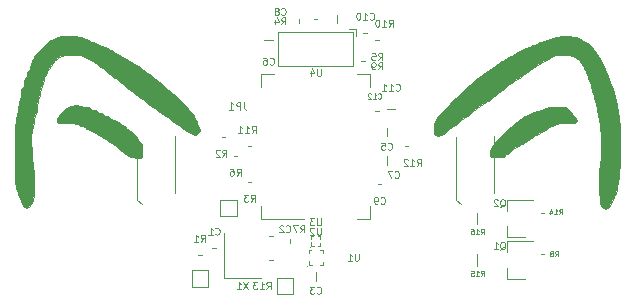
<source format=gbo>
G04 #@! TF.GenerationSoftware,KiCad,Pcbnew,5.1.5+dfsg1-2build2*
G04 #@! TF.CreationDate,2021-12-29T20:58:04+01:00*
G04 #@! TF.ProjectId,teebeutel_image_sensor,74656562-6575-4746-956c-5f696d616765,rev?*
G04 #@! TF.SameCoordinates,Original*
G04 #@! TF.FileFunction,Legend,Bot*
G04 #@! TF.FilePolarity,Positive*
%FSLAX46Y46*%
G04 Gerber Fmt 4.6, Leading zero omitted, Abs format (unit mm)*
G04 Created by KiCad (PCBNEW 5.1.5+dfsg1-2build2) date 2021-12-29 20:58:04*
%MOMM*%
%LPD*%
G04 APERTURE LIST*
%ADD10C,0.010000*%
%ADD11C,0.120000*%
%ADD12C,0.100000*%
G04 APERTURE END LIST*
D10*
G36*
X119931012Y-86680541D02*
G01*
X119435789Y-86778005D01*
X119324820Y-86811260D01*
X118842564Y-86970842D01*
X118453965Y-87111393D01*
X118180669Y-87224843D01*
X118087879Y-87272450D01*
X117938607Y-87354208D01*
X117741712Y-87455388D01*
X117741515Y-87455487D01*
X117399899Y-87642740D01*
X117194530Y-87797639D01*
X117141176Y-87862273D01*
X117019892Y-87950474D01*
X116971818Y-87958485D01*
X116838732Y-88017104D01*
X116802461Y-88060161D01*
X116712301Y-88159288D01*
X116539632Y-88314968D01*
X116356061Y-88466016D01*
X115838127Y-88916262D01*
X115408150Y-89373829D01*
X115084067Y-89817174D01*
X114883817Y-90224756D01*
X114878455Y-90240555D01*
X114804936Y-90497718D01*
X114768482Y-90701713D01*
X114775060Y-90801312D01*
X114896463Y-90873217D01*
X115127638Y-90915790D01*
X115426316Y-90923816D01*
X115638233Y-90907849D01*
X115851052Y-90857052D01*
X116001366Y-90776045D01*
X116013263Y-90763582D01*
X116130261Y-90668879D01*
X116185847Y-90652425D01*
X116300891Y-90603572D01*
X116388089Y-90533762D01*
X116536049Y-90405967D01*
X116744355Y-90245155D01*
X116975099Y-90078142D01*
X117190375Y-89931744D01*
X117352274Y-89832777D01*
X117417219Y-89805758D01*
X117515865Y-89761668D01*
X117683031Y-89650191D01*
X117768924Y-89585125D01*
X117979148Y-89437404D01*
X118170970Y-89330777D01*
X118222576Y-89310545D01*
X118356789Y-89244107D01*
X118395758Y-89190000D01*
X118459847Y-89118634D01*
X118568940Y-89070058D01*
X118735889Y-88995720D01*
X118958759Y-88869108D01*
X119062019Y-88802957D01*
X119282318Y-88666396D01*
X119473778Y-88565417D01*
X119536128Y-88540257D01*
X119711031Y-88445625D01*
X119783686Y-88378838D01*
X119930765Y-88281958D01*
X120012121Y-88266364D01*
X120173522Y-88210848D01*
X120243030Y-88150909D01*
X120324193Y-88096803D01*
X120477544Y-88061665D01*
X120728849Y-88042315D01*
X121103871Y-88035576D01*
X121178507Y-88035455D01*
X121598506Y-88030330D01*
X121880138Y-88006824D01*
X122038853Y-87952742D01*
X122090100Y-87855887D01*
X122049326Y-87704064D01*
X121931982Y-87485076D01*
X121914103Y-87454742D01*
X121809066Y-87313866D01*
X121637086Y-87117457D01*
X121499824Y-86973681D01*
X121178739Y-86650000D01*
X120504644Y-86650000D01*
X119931012Y-86680541D01*
G37*
X119931012Y-86680541D02*
X119435789Y-86778005D01*
X119324820Y-86811260D01*
X118842564Y-86970842D01*
X118453965Y-87111393D01*
X118180669Y-87224843D01*
X118087879Y-87272450D01*
X117938607Y-87354208D01*
X117741712Y-87455388D01*
X117741515Y-87455487D01*
X117399899Y-87642740D01*
X117194530Y-87797639D01*
X117141176Y-87862273D01*
X117019892Y-87950474D01*
X116971818Y-87958485D01*
X116838732Y-88017104D01*
X116802461Y-88060161D01*
X116712301Y-88159288D01*
X116539632Y-88314968D01*
X116356061Y-88466016D01*
X115838127Y-88916262D01*
X115408150Y-89373829D01*
X115084067Y-89817174D01*
X114883817Y-90224756D01*
X114878455Y-90240555D01*
X114804936Y-90497718D01*
X114768482Y-90701713D01*
X114775060Y-90801312D01*
X114896463Y-90873217D01*
X115127638Y-90915790D01*
X115426316Y-90923816D01*
X115638233Y-90907849D01*
X115851052Y-90857052D01*
X116001366Y-90776045D01*
X116013263Y-90763582D01*
X116130261Y-90668879D01*
X116185847Y-90652425D01*
X116300891Y-90603572D01*
X116388089Y-90533762D01*
X116536049Y-90405967D01*
X116744355Y-90245155D01*
X116975099Y-90078142D01*
X117190375Y-89931744D01*
X117352274Y-89832777D01*
X117417219Y-89805758D01*
X117515865Y-89761668D01*
X117683031Y-89650191D01*
X117768924Y-89585125D01*
X117979148Y-89437404D01*
X118170970Y-89330777D01*
X118222576Y-89310545D01*
X118356789Y-89244107D01*
X118395758Y-89190000D01*
X118459847Y-89118634D01*
X118568940Y-89070058D01*
X118735889Y-88995720D01*
X118958759Y-88869108D01*
X119062019Y-88802957D01*
X119282318Y-88666396D01*
X119473778Y-88565417D01*
X119536128Y-88540257D01*
X119711031Y-88445625D01*
X119783686Y-88378838D01*
X119930765Y-88281958D01*
X120012121Y-88266364D01*
X120173522Y-88210848D01*
X120243030Y-88150909D01*
X120324193Y-88096803D01*
X120477544Y-88061665D01*
X120728849Y-88042315D01*
X121103871Y-88035576D01*
X121178507Y-88035455D01*
X121598506Y-88030330D01*
X121880138Y-88006824D01*
X122038853Y-87952742D01*
X122090100Y-87855887D01*
X122049326Y-87704064D01*
X121931982Y-87485076D01*
X121914103Y-87454742D01*
X121809066Y-87313866D01*
X121637086Y-87117457D01*
X121499824Y-86973681D01*
X121178739Y-86650000D01*
X120504644Y-86650000D01*
X119931012Y-86680541D01*
G36*
X79325730Y-86599885D02*
G01*
X78919040Y-86785841D01*
X78556161Y-87058629D01*
X78272914Y-87400471D01*
X78210375Y-87510781D01*
X78114162Y-87717557D01*
X78083849Y-87861577D01*
X78136692Y-87954108D01*
X78289944Y-88006416D01*
X78560860Y-88029767D01*
X78966693Y-88035428D01*
X79013918Y-88035455D01*
X79426220Y-88040509D01*
X79708370Y-88057458D01*
X79883879Y-88088980D01*
X79976260Y-88137755D01*
X79983773Y-88145962D01*
X80123564Y-88242910D01*
X80301076Y-88306017D01*
X80460373Y-88361379D01*
X80526667Y-88424928D01*
X80526667Y-88424953D01*
X80592209Y-88492049D01*
X80732632Y-88546034D01*
X80919641Y-88620238D01*
X81156156Y-88748612D01*
X81263340Y-88816894D01*
X81463943Y-88942933D01*
X81616698Y-89022171D01*
X81663708Y-89036061D01*
X81774712Y-89088694D01*
X81819364Y-89132493D01*
X81923830Y-89212913D01*
X82125611Y-89336083D01*
X82383699Y-89477189D01*
X82420253Y-89496072D01*
X82753459Y-89696570D01*
X83105266Y-89954167D01*
X83369494Y-90185096D01*
X83727719Y-90509801D01*
X84043289Y-90726313D01*
X84354547Y-90857350D01*
X84594931Y-90911111D01*
X84817614Y-90952336D01*
X84983232Y-90992723D01*
X85005589Y-91000304D01*
X85144810Y-90987594D01*
X85204742Y-90946592D01*
X85257229Y-90816748D01*
X85290411Y-90574683D01*
X85298788Y-90340700D01*
X85290865Y-90102220D01*
X85257873Y-89895979D01*
X85185975Y-89701606D01*
X85061338Y-89498728D01*
X84870124Y-89266974D01*
X84598499Y-88985972D01*
X84232628Y-88635351D01*
X83981482Y-88401061D01*
X83838107Y-88297961D01*
X83746212Y-88266364D01*
X83623546Y-88218750D01*
X83514773Y-88138500D01*
X83140900Y-87877529D01*
X82816515Y-87722433D01*
X82665950Y-87641703D01*
X82604849Y-87572223D01*
X82538663Y-87512986D01*
X82379506Y-87459405D01*
X82379258Y-87459350D01*
X82184382Y-87387484D01*
X82061955Y-87299295D01*
X81920176Y-87203512D01*
X81844970Y-87188281D01*
X81698812Y-87147310D01*
X81509130Y-87048016D01*
X81488788Y-87034849D01*
X81285759Y-86930033D01*
X81104057Y-86881767D01*
X81092932Y-86881417D01*
X80941249Y-86833283D01*
X80883681Y-86765455D01*
X80781634Y-86679285D01*
X80634225Y-86650000D01*
X80423641Y-86627427D01*
X80170220Y-86571875D01*
X80127247Y-86559571D01*
X79740406Y-86518536D01*
X79325730Y-86599885D01*
G37*
X79325730Y-86599885D02*
X78919040Y-86785841D01*
X78556161Y-87058629D01*
X78272914Y-87400471D01*
X78210375Y-87510781D01*
X78114162Y-87717557D01*
X78083849Y-87861577D01*
X78136692Y-87954108D01*
X78289944Y-88006416D01*
X78560860Y-88029767D01*
X78966693Y-88035428D01*
X79013918Y-88035455D01*
X79426220Y-88040509D01*
X79708370Y-88057458D01*
X79883879Y-88088980D01*
X79976260Y-88137755D01*
X79983773Y-88145962D01*
X80123564Y-88242910D01*
X80301076Y-88306017D01*
X80460373Y-88361379D01*
X80526667Y-88424928D01*
X80526667Y-88424953D01*
X80592209Y-88492049D01*
X80732632Y-88546034D01*
X80919641Y-88620238D01*
X81156156Y-88748612D01*
X81263340Y-88816894D01*
X81463943Y-88942933D01*
X81616698Y-89022171D01*
X81663708Y-89036061D01*
X81774712Y-89088694D01*
X81819364Y-89132493D01*
X81923830Y-89212913D01*
X82125611Y-89336083D01*
X82383699Y-89477189D01*
X82420253Y-89496072D01*
X82753459Y-89696570D01*
X83105266Y-89954167D01*
X83369494Y-90185096D01*
X83727719Y-90509801D01*
X84043289Y-90726313D01*
X84354547Y-90857350D01*
X84594931Y-90911111D01*
X84817614Y-90952336D01*
X84983232Y-90992723D01*
X85005589Y-91000304D01*
X85144810Y-90987594D01*
X85204742Y-90946592D01*
X85257229Y-90816748D01*
X85290411Y-90574683D01*
X85298788Y-90340700D01*
X85290865Y-90102220D01*
X85257873Y-89895979D01*
X85185975Y-89701606D01*
X85061338Y-89498728D01*
X84870124Y-89266974D01*
X84598499Y-88985972D01*
X84232628Y-88635351D01*
X83981482Y-88401061D01*
X83838107Y-88297961D01*
X83746212Y-88266364D01*
X83623546Y-88218750D01*
X83514773Y-88138500D01*
X83140900Y-87877529D01*
X82816515Y-87722433D01*
X82665950Y-87641703D01*
X82604849Y-87572223D01*
X82538663Y-87512986D01*
X82379506Y-87459405D01*
X82379258Y-87459350D01*
X82184382Y-87387484D01*
X82061955Y-87299295D01*
X81920176Y-87203512D01*
X81844970Y-87188281D01*
X81698812Y-87147310D01*
X81509130Y-87048016D01*
X81488788Y-87034849D01*
X81285759Y-86930033D01*
X81104057Y-86881767D01*
X81092932Y-86881417D01*
X80941249Y-86833283D01*
X80883681Y-86765455D01*
X80781634Y-86679285D01*
X80634225Y-86650000D01*
X80423641Y-86627427D01*
X80170220Y-86571875D01*
X80127247Y-86559571D01*
X79740406Y-86518536D01*
X79325730Y-86599885D01*
G36*
X78711469Y-80651228D02*
G01*
X78437007Y-80667047D01*
X78246569Y-80699288D01*
X78105264Y-80752908D01*
X78025152Y-80800303D01*
X77841493Y-80903452D01*
X77698484Y-80952987D01*
X77687174Y-80953736D01*
X77536881Y-81010062D01*
X77319361Y-81159885D01*
X77062072Y-81375995D01*
X76792473Y-81631184D01*
X76538023Y-81898244D01*
X76326179Y-82149966D01*
X76184401Y-82359143D01*
X76139394Y-82487415D01*
X76105380Y-82603235D01*
X76020371Y-82791048D01*
X75985455Y-82858382D01*
X75888151Y-83068571D01*
X75834916Y-83239261D01*
X75831515Y-83272012D01*
X75776359Y-83425464D01*
X75716061Y-83494243D01*
X75627868Y-83640275D01*
X75600606Y-83794420D01*
X75560851Y-84012259D01*
X75496072Y-84150601D01*
X75411278Y-84329569D01*
X75343990Y-84563424D01*
X75339255Y-84587810D01*
X75271499Y-84846078D01*
X75179247Y-85079582D01*
X75174869Y-85088113D01*
X75094009Y-85322187D01*
X75059565Y-85572425D01*
X75024933Y-85819447D01*
X74946364Y-86034243D01*
X74884065Y-86219158D01*
X74842942Y-86485890D01*
X74833637Y-86667685D01*
X74806818Y-86985483D01*
X74741585Y-87301342D01*
X74696212Y-87437382D01*
X74660853Y-87537062D01*
X74632198Y-87656886D01*
X74609558Y-87813090D01*
X74592247Y-88021909D01*
X74579577Y-88299580D01*
X74570859Y-88662338D01*
X74565407Y-89126418D01*
X74562532Y-89708057D01*
X74561547Y-90423490D01*
X74561515Y-90617386D01*
X74562049Y-91362111D01*
X74564107Y-91968459D01*
X74568374Y-92451990D01*
X74575537Y-92828266D01*
X74586282Y-93112845D01*
X74601293Y-93321288D01*
X74621256Y-93469156D01*
X74646858Y-93572009D01*
X74678783Y-93645407D01*
X74696212Y-93674223D01*
X74794485Y-93877849D01*
X74833357Y-94055626D01*
X74881936Y-94259329D01*
X74948812Y-94380924D01*
X75038595Y-94550461D01*
X75061818Y-94659180D01*
X75114660Y-94828984D01*
X75242169Y-95010909D01*
X75397822Y-95150027D01*
X75514512Y-95193637D01*
X75686908Y-95146997D01*
X75767777Y-95097425D01*
X75922498Y-94893467D01*
X76037424Y-94559449D01*
X76113549Y-94090017D01*
X76151866Y-93479821D01*
X76156940Y-93000000D01*
X76149106Y-92557473D01*
X76131893Y-92136288D01*
X76107596Y-91776257D01*
X76078509Y-91517193D01*
X76068241Y-91460606D01*
X76019512Y-91154615D01*
X75980155Y-90756687D01*
X75951263Y-90304037D01*
X75933929Y-89833881D01*
X75929248Y-89383434D01*
X75938313Y-88989912D01*
X75962217Y-88690529D01*
X75983427Y-88574243D01*
X76048357Y-88309770D01*
X76124587Y-87975452D01*
X76182619Y-87705432D01*
X76248935Y-87418306D01*
X76316786Y-87176263D01*
X76369148Y-87037007D01*
X76414626Y-86877854D01*
X76444143Y-86633440D01*
X76450000Y-86481879D01*
X76472299Y-86207406D01*
X76525986Y-85967707D01*
X76562727Y-85880303D01*
X76638772Y-85669795D01*
X76675052Y-85417967D01*
X76675455Y-85398964D01*
X76715826Y-85136235D01*
X76811601Y-84863641D01*
X76832121Y-84822831D01*
X76931410Y-84589311D01*
X76983691Y-84372196D01*
X76986061Y-84332231D01*
X77027410Y-84142263D01*
X77101515Y-84033031D01*
X77200219Y-83883201D01*
X77216970Y-83796556D01*
X77265673Y-83634641D01*
X77392946Y-83404336D01*
X77570532Y-83148092D01*
X77770175Y-82908360D01*
X77883939Y-82794523D01*
X78184706Y-82543091D01*
X78460413Y-82379487D01*
X78759372Y-82286541D01*
X79129894Y-82247085D01*
X79438643Y-82242011D01*
X79802233Y-82248027D01*
X80063461Y-82269715D01*
X80273808Y-82317269D01*
X80484755Y-82400883D01*
X80652480Y-82482367D01*
X80962375Y-82661348D01*
X81272418Y-82876862D01*
X81457256Y-83030159D01*
X81648920Y-83196957D01*
X81802771Y-83309544D01*
X81870798Y-83340303D01*
X81962616Y-83387945D01*
X82136201Y-83514757D01*
X82359223Y-83696574D01*
X82437141Y-83763637D01*
X82665374Y-83957674D01*
X82849863Y-84105225D01*
X82960203Y-84182307D01*
X82975362Y-84188199D01*
X83062878Y-84237099D01*
X83233291Y-84366004D01*
X83456172Y-84550733D01*
X83682424Y-84750123D01*
X83818973Y-84860317D01*
X84014220Y-85003458D01*
X84067273Y-85040464D01*
X84306273Y-85214900D01*
X84559556Y-85413624D01*
X84611983Y-85456970D01*
X84822106Y-85625990D01*
X85015287Y-85769968D01*
X85064244Y-85803334D01*
X85223001Y-85913777D01*
X85467964Y-86091901D01*
X85763635Y-86311129D01*
X86074515Y-86544880D01*
X86365105Y-86766575D01*
X86599905Y-86949635D01*
X86665848Y-87002509D01*
X86897812Y-87171658D01*
X87136942Y-87318863D01*
X87166151Y-87334330D01*
X87328680Y-87434053D01*
X87574761Y-87604374D01*
X87867978Y-87819434D01*
X88108182Y-88003319D01*
X88395609Y-88224744D01*
X88646658Y-88412612D01*
X88831908Y-88545251D01*
X88916364Y-88598714D01*
X89048884Y-88667246D01*
X89255161Y-88779813D01*
X89371046Y-88844632D01*
X89620544Y-88975620D01*
X89786078Y-89023201D01*
X89912587Y-88988114D01*
X90045011Y-88871099D01*
X90059325Y-88855967D01*
X90169609Y-88719047D01*
X90179624Y-88603582D01*
X90111701Y-88451877D01*
X90026953Y-88226138D01*
X89994414Y-88024447D01*
X89958731Y-87858733D01*
X89889429Y-87780911D01*
X89800916Y-87683072D01*
X89739123Y-87511828D01*
X89676787Y-87377848D01*
X89525712Y-87174235D01*
X89278616Y-86892565D01*
X88928220Y-86524414D01*
X88595365Y-86188587D01*
X88233467Y-85836854D01*
X87841386Y-85471124D01*
X87437180Y-85106684D01*
X87038909Y-84758823D01*
X86664633Y-84442829D01*
X86332410Y-84173993D01*
X86060300Y-83967601D01*
X85866362Y-83838943D01*
X85776408Y-83802122D01*
X85669238Y-83749316D01*
X85612340Y-83693502D01*
X85517805Y-83611173D01*
X85334144Y-83473227D01*
X85094174Y-83302136D01*
X84830715Y-83120369D01*
X84576583Y-82950399D01*
X84364598Y-82814696D01*
X84227577Y-82735732D01*
X84197204Y-82724546D01*
X84113225Y-82684872D01*
X83945691Y-82582890D01*
X83807242Y-82491898D01*
X83531633Y-82322822D01*
X83207745Y-82147470D01*
X83033686Y-82062923D01*
X82808194Y-81948960D01*
X82652864Y-81849944D01*
X82604849Y-81795267D01*
X82542629Y-81731511D01*
X82492331Y-81723940D01*
X82373308Y-81692432D01*
X82157646Y-81608798D01*
X81886584Y-81489376D01*
X81812262Y-81454546D01*
X81532573Y-81328391D01*
X81296518Y-81233866D01*
X81145838Y-81187357D01*
X81126022Y-81185152D01*
X80977178Y-81130361D01*
X80918198Y-81077749D01*
X80786369Y-80992523D01*
X80579858Y-80924186D01*
X80547098Y-80917449D01*
X80312486Y-80851809D01*
X80121032Y-80763263D01*
X80109380Y-80755458D01*
X79971239Y-80700464D01*
X79731435Y-80665735D01*
X79369852Y-80649096D01*
X79104844Y-80646871D01*
X78711469Y-80651228D01*
G37*
X78711469Y-80651228D02*
X78437007Y-80667047D01*
X78246569Y-80699288D01*
X78105264Y-80752908D01*
X78025152Y-80800303D01*
X77841493Y-80903452D01*
X77698484Y-80952987D01*
X77687174Y-80953736D01*
X77536881Y-81010062D01*
X77319361Y-81159885D01*
X77062072Y-81375995D01*
X76792473Y-81631184D01*
X76538023Y-81898244D01*
X76326179Y-82149966D01*
X76184401Y-82359143D01*
X76139394Y-82487415D01*
X76105380Y-82603235D01*
X76020371Y-82791048D01*
X75985455Y-82858382D01*
X75888151Y-83068571D01*
X75834916Y-83239261D01*
X75831515Y-83272012D01*
X75776359Y-83425464D01*
X75716061Y-83494243D01*
X75627868Y-83640275D01*
X75600606Y-83794420D01*
X75560851Y-84012259D01*
X75496072Y-84150601D01*
X75411278Y-84329569D01*
X75343990Y-84563424D01*
X75339255Y-84587810D01*
X75271499Y-84846078D01*
X75179247Y-85079582D01*
X75174869Y-85088113D01*
X75094009Y-85322187D01*
X75059565Y-85572425D01*
X75024933Y-85819447D01*
X74946364Y-86034243D01*
X74884065Y-86219158D01*
X74842942Y-86485890D01*
X74833637Y-86667685D01*
X74806818Y-86985483D01*
X74741585Y-87301342D01*
X74696212Y-87437382D01*
X74660853Y-87537062D01*
X74632198Y-87656886D01*
X74609558Y-87813090D01*
X74592247Y-88021909D01*
X74579577Y-88299580D01*
X74570859Y-88662338D01*
X74565407Y-89126418D01*
X74562532Y-89708057D01*
X74561547Y-90423490D01*
X74561515Y-90617386D01*
X74562049Y-91362111D01*
X74564107Y-91968459D01*
X74568374Y-92451990D01*
X74575537Y-92828266D01*
X74586282Y-93112845D01*
X74601293Y-93321288D01*
X74621256Y-93469156D01*
X74646858Y-93572009D01*
X74678783Y-93645407D01*
X74696212Y-93674223D01*
X74794485Y-93877849D01*
X74833357Y-94055626D01*
X74881936Y-94259329D01*
X74948812Y-94380924D01*
X75038595Y-94550461D01*
X75061818Y-94659180D01*
X75114660Y-94828984D01*
X75242169Y-95010909D01*
X75397822Y-95150027D01*
X75514512Y-95193637D01*
X75686908Y-95146997D01*
X75767777Y-95097425D01*
X75922498Y-94893467D01*
X76037424Y-94559449D01*
X76113549Y-94090017D01*
X76151866Y-93479821D01*
X76156940Y-93000000D01*
X76149106Y-92557473D01*
X76131893Y-92136288D01*
X76107596Y-91776257D01*
X76078509Y-91517193D01*
X76068241Y-91460606D01*
X76019512Y-91154615D01*
X75980155Y-90756687D01*
X75951263Y-90304037D01*
X75933929Y-89833881D01*
X75929248Y-89383434D01*
X75938313Y-88989912D01*
X75962217Y-88690529D01*
X75983427Y-88574243D01*
X76048357Y-88309770D01*
X76124587Y-87975452D01*
X76182619Y-87705432D01*
X76248935Y-87418306D01*
X76316786Y-87176263D01*
X76369148Y-87037007D01*
X76414626Y-86877854D01*
X76444143Y-86633440D01*
X76450000Y-86481879D01*
X76472299Y-86207406D01*
X76525986Y-85967707D01*
X76562727Y-85880303D01*
X76638772Y-85669795D01*
X76675052Y-85417967D01*
X76675455Y-85398964D01*
X76715826Y-85136235D01*
X76811601Y-84863641D01*
X76832121Y-84822831D01*
X76931410Y-84589311D01*
X76983691Y-84372196D01*
X76986061Y-84332231D01*
X77027410Y-84142263D01*
X77101515Y-84033031D01*
X77200219Y-83883201D01*
X77216970Y-83796556D01*
X77265673Y-83634641D01*
X77392946Y-83404336D01*
X77570532Y-83148092D01*
X77770175Y-82908360D01*
X77883939Y-82794523D01*
X78184706Y-82543091D01*
X78460413Y-82379487D01*
X78759372Y-82286541D01*
X79129894Y-82247085D01*
X79438643Y-82242011D01*
X79802233Y-82248027D01*
X80063461Y-82269715D01*
X80273808Y-82317269D01*
X80484755Y-82400883D01*
X80652480Y-82482367D01*
X80962375Y-82661348D01*
X81272418Y-82876862D01*
X81457256Y-83030159D01*
X81648920Y-83196957D01*
X81802771Y-83309544D01*
X81870798Y-83340303D01*
X81962616Y-83387945D01*
X82136201Y-83514757D01*
X82359223Y-83696574D01*
X82437141Y-83763637D01*
X82665374Y-83957674D01*
X82849863Y-84105225D01*
X82960203Y-84182307D01*
X82975362Y-84188199D01*
X83062878Y-84237099D01*
X83233291Y-84366004D01*
X83456172Y-84550733D01*
X83682424Y-84750123D01*
X83818973Y-84860317D01*
X84014220Y-85003458D01*
X84067273Y-85040464D01*
X84306273Y-85214900D01*
X84559556Y-85413624D01*
X84611983Y-85456970D01*
X84822106Y-85625990D01*
X85015287Y-85769968D01*
X85064244Y-85803334D01*
X85223001Y-85913777D01*
X85467964Y-86091901D01*
X85763635Y-86311129D01*
X86074515Y-86544880D01*
X86365105Y-86766575D01*
X86599905Y-86949635D01*
X86665848Y-87002509D01*
X86897812Y-87171658D01*
X87136942Y-87318863D01*
X87166151Y-87334330D01*
X87328680Y-87434053D01*
X87574761Y-87604374D01*
X87867978Y-87819434D01*
X88108182Y-88003319D01*
X88395609Y-88224744D01*
X88646658Y-88412612D01*
X88831908Y-88545251D01*
X88916364Y-88598714D01*
X89048884Y-88667246D01*
X89255161Y-88779813D01*
X89371046Y-88844632D01*
X89620544Y-88975620D01*
X89786078Y-89023201D01*
X89912587Y-88988114D01*
X90045011Y-88871099D01*
X90059325Y-88855967D01*
X90169609Y-88719047D01*
X90179624Y-88603582D01*
X90111701Y-88451877D01*
X90026953Y-88226138D01*
X89994414Y-88024447D01*
X89958731Y-87858733D01*
X89889429Y-87780911D01*
X89800916Y-87683072D01*
X89739123Y-87511828D01*
X89676787Y-87377848D01*
X89525712Y-87174235D01*
X89278616Y-86892565D01*
X88928220Y-86524414D01*
X88595365Y-86188587D01*
X88233467Y-85836854D01*
X87841386Y-85471124D01*
X87437180Y-85106684D01*
X87038909Y-84758823D01*
X86664633Y-84442829D01*
X86332410Y-84173993D01*
X86060300Y-83967601D01*
X85866362Y-83838943D01*
X85776408Y-83802122D01*
X85669238Y-83749316D01*
X85612340Y-83693502D01*
X85517805Y-83611173D01*
X85334144Y-83473227D01*
X85094174Y-83302136D01*
X84830715Y-83120369D01*
X84576583Y-82950399D01*
X84364598Y-82814696D01*
X84227577Y-82735732D01*
X84197204Y-82724546D01*
X84113225Y-82684872D01*
X83945691Y-82582890D01*
X83807242Y-82491898D01*
X83531633Y-82322822D01*
X83207745Y-82147470D01*
X83033686Y-82062923D01*
X82808194Y-81948960D01*
X82652864Y-81849944D01*
X82604849Y-81795267D01*
X82542629Y-81731511D01*
X82492331Y-81723940D01*
X82373308Y-81692432D01*
X82157646Y-81608798D01*
X81886584Y-81489376D01*
X81812262Y-81454546D01*
X81532573Y-81328391D01*
X81296518Y-81233866D01*
X81145838Y-81187357D01*
X81126022Y-81185152D01*
X80977178Y-81130361D01*
X80918198Y-81077749D01*
X80786369Y-80992523D01*
X80579858Y-80924186D01*
X80547098Y-80917449D01*
X80312486Y-80851809D01*
X80121032Y-80763263D01*
X80109380Y-80755458D01*
X79971239Y-80700464D01*
X79731435Y-80665735D01*
X79369852Y-80649096D01*
X79104844Y-80646871D01*
X78711469Y-80651228D01*
G36*
X120782407Y-80666821D02*
G01*
X120485740Y-80714428D01*
X120375255Y-80749740D01*
X120125176Y-80835336D01*
X119847821Y-80905340D01*
X119823628Y-80910040D01*
X119584201Y-80974859D01*
X119387723Y-81060815D01*
X119363926Y-81076058D01*
X119170191Y-81163592D01*
X119038372Y-81185152D01*
X118846939Y-81236028D01*
X118753117Y-81300606D01*
X118581638Y-81397192D01*
X118472636Y-81416061D01*
X118350901Y-81450542D01*
X118127139Y-81543204D01*
X117834115Y-81677870D01*
X117504595Y-81838366D01*
X117171342Y-82008517D01*
X116867123Y-82172147D01*
X116624701Y-82313083D01*
X116528498Y-82375821D01*
X116371704Y-82444263D01*
X116276158Y-82443376D01*
X116167217Y-82471981D01*
X116089862Y-82564637D01*
X115984034Y-82689997D01*
X115902603Y-82724546D01*
X115789382Y-82768587D01*
X115603584Y-82882255D01*
X115448110Y-82993940D01*
X115249834Y-83139683D01*
X115102575Y-83237508D01*
X115049051Y-83263334D01*
X114974960Y-83307250D01*
X114806816Y-83425312D01*
X114571953Y-83596991D01*
X114297701Y-83801759D01*
X114011394Y-84019088D01*
X113740363Y-84228447D01*
X113511939Y-84409310D01*
X113392727Y-84507376D01*
X113102618Y-84757525D01*
X112767849Y-85053715D01*
X112423723Y-85363955D01*
X112105542Y-85656254D01*
X111848611Y-85898622D01*
X111742537Y-86002733D01*
X111361238Y-86390188D01*
X111018085Y-86745267D01*
X110727434Y-87052589D01*
X110503644Y-87296772D01*
X110361074Y-87462436D01*
X110313940Y-87533055D01*
X110270732Y-87625948D01*
X110166135Y-87775701D01*
X110160000Y-87783543D01*
X110065468Y-87951249D01*
X110017861Y-88177728D01*
X110006061Y-88470818D01*
X110011732Y-88742830D01*
X110037744Y-88902727D01*
X110097591Y-88992179D01*
X110192809Y-89047480D01*
X110390451Y-89099026D01*
X110595716Y-89061230D01*
X110836074Y-88922902D01*
X111138998Y-88672854D01*
X111160606Y-88653287D01*
X111377032Y-88466346D01*
X111556398Y-88329198D01*
X111663725Y-88268317D01*
X111670477Y-88267386D01*
X111774612Y-88218748D01*
X111941078Y-88096395D01*
X112034562Y-88016212D01*
X112336358Y-87752026D01*
X112547938Y-87586569D01*
X112685812Y-87507631D01*
X112737034Y-87496667D01*
X112849811Y-87445693D01*
X112946872Y-87361970D01*
X113056224Y-87251685D01*
X113176410Y-87147396D01*
X113342205Y-87021790D01*
X113588385Y-86847552D01*
X113704327Y-86767008D01*
X113949374Y-86592079D01*
X114163790Y-86430183D01*
X114282840Y-86332209D01*
X114420730Y-86226125D01*
X114505822Y-86188182D01*
X114589625Y-86143968D01*
X114749878Y-86032470D01*
X114945150Y-85885400D01*
X115134005Y-85734472D01*
X115275012Y-85611400D01*
X115316970Y-85567315D01*
X115407895Y-85498184D01*
X115543031Y-85419596D01*
X115681536Y-85341394D01*
X115809065Y-85251776D01*
X115965435Y-85119462D01*
X116190462Y-84913172D01*
X116205748Y-84898940D01*
X116379429Y-84751156D01*
X116513917Y-84661361D01*
X116551538Y-84648788D01*
X116644513Y-84604037D01*
X116822784Y-84485202D01*
X117052284Y-84315408D01*
X117118470Y-84263940D01*
X117352493Y-84084905D01*
X117540357Y-83950227D01*
X117649730Y-83882801D01*
X117661894Y-83879091D01*
X117746552Y-83834018D01*
X117907714Y-83717943D01*
X118044368Y-83609697D01*
X118235739Y-83460866D01*
X118380219Y-83363028D01*
X118431252Y-83340303D01*
X118517150Y-83300099D01*
X118697906Y-83192524D01*
X118941329Y-83037132D01*
X119064773Y-82955455D01*
X119331870Y-82783843D01*
X119557629Y-82651651D01*
X119707173Y-82578764D01*
X119739751Y-82570606D01*
X119870612Y-82516657D01*
X119929079Y-82462470D01*
X120100892Y-82354679D01*
X120380789Y-82281676D01*
X120726803Y-82243852D01*
X121096968Y-82241602D01*
X121449318Y-82275321D01*
X121741889Y-82345401D01*
X121923764Y-82443749D01*
X122049078Y-82541338D01*
X122112108Y-82570606D01*
X122205155Y-82624401D01*
X122340540Y-82751509D01*
X122470375Y-82900516D01*
X122546775Y-83020010D01*
X122552121Y-83043025D01*
X122596072Y-83155131D01*
X122702197Y-83314363D01*
X122706061Y-83319301D01*
X122815102Y-83497607D01*
X122860000Y-83649138D01*
X122915477Y-83809662D01*
X122975455Y-83879091D01*
X123065057Y-84025612D01*
X123093637Y-84177152D01*
X123135173Y-84401018D01*
X123206364Y-84571819D01*
X123291337Y-84788053D01*
X123319091Y-84958783D01*
X123366199Y-85175072D01*
X123440749Y-85323121D01*
X123518628Y-85497961D01*
X123583708Y-85752907D01*
X123606115Y-85898278D01*
X123652312Y-86161078D01*
X123718318Y-86379297D01*
X123756578Y-86455460D01*
X123818180Y-86620622D01*
X123855745Y-86866260D01*
X123861080Y-86994248D01*
X123883352Y-87268708D01*
X123939060Y-87513224D01*
X123970617Y-87590271D01*
X124021824Y-87767662D01*
X124065365Y-88071790D01*
X124100463Y-88475608D01*
X124126342Y-88952066D01*
X124142223Y-89474118D01*
X124147330Y-90014715D01*
X124140886Y-90546809D01*
X124122114Y-91043352D01*
X124090236Y-91477296D01*
X124084033Y-91537576D01*
X124029807Y-92160660D01*
X123999472Y-92780700D01*
X123992112Y-93375018D01*
X124006815Y-93920937D01*
X124042666Y-94395779D01*
X124098750Y-94776867D01*
X124174155Y-95041525D01*
X124229078Y-95135909D01*
X124393884Y-95244959D01*
X124514849Y-95270606D01*
X124699615Y-95214324D01*
X124798105Y-95135909D01*
X124948379Y-94933170D01*
X125091990Y-94697628D01*
X125200622Y-94480343D01*
X125245962Y-94332380D01*
X125246061Y-94328067D01*
X125300790Y-94183946D01*
X125361515Y-94116061D01*
X125443487Y-93961651D01*
X125476672Y-93693163D01*
X125476970Y-93660989D01*
X125499785Y-93380167D01*
X125558344Y-93045982D01*
X125608766Y-92842990D01*
X125646816Y-92690238D01*
X125677053Y-92513577D01*
X125700354Y-92294228D01*
X125717597Y-92013411D01*
X125729658Y-91652348D01*
X125737416Y-91192259D01*
X125741747Y-90614364D01*
X125743463Y-89959697D01*
X125742672Y-89224919D01*
X125737993Y-88629164D01*
X125728867Y-88157553D01*
X125714738Y-87795204D01*
X125695049Y-87527239D01*
X125669243Y-87338777D01*
X125641166Y-87227273D01*
X125568125Y-86963860D01*
X125502353Y-86645402D01*
X125478979Y-86496061D01*
X125425642Y-86180824D01*
X125346661Y-85808264D01*
X125255190Y-85432930D01*
X125164380Y-85109371D01*
X125098513Y-84918182D01*
X125039142Y-84765499D01*
X124948777Y-84525505D01*
X124866225Y-84302425D01*
X124765926Y-84041460D01*
X124676116Y-83828715D01*
X124624532Y-83725152D01*
X124534006Y-83554790D01*
X124508097Y-83494243D01*
X124383168Y-83203630D01*
X124256031Y-82962676D01*
X124251567Y-82955455D01*
X124159445Y-82784722D01*
X124132535Y-82724546D01*
X123998096Y-82455056D01*
X123809431Y-82154454D01*
X123589746Y-81851510D01*
X123362250Y-81574990D01*
X123150148Y-81353664D01*
X122976648Y-81216299D01*
X122891020Y-81185508D01*
X122777008Y-81138712D01*
X122629091Y-81031212D01*
X122472997Y-80920880D01*
X122356718Y-80877273D01*
X122225732Y-80843783D01*
X122043039Y-80763160D01*
X122041374Y-80762293D01*
X121821595Y-80696337D01*
X121503238Y-80658174D01*
X121139208Y-80648203D01*
X120782407Y-80666821D01*
G37*
X120782407Y-80666821D02*
X120485740Y-80714428D01*
X120375255Y-80749740D01*
X120125176Y-80835336D01*
X119847821Y-80905340D01*
X119823628Y-80910040D01*
X119584201Y-80974859D01*
X119387723Y-81060815D01*
X119363926Y-81076058D01*
X119170191Y-81163592D01*
X119038372Y-81185152D01*
X118846939Y-81236028D01*
X118753117Y-81300606D01*
X118581638Y-81397192D01*
X118472636Y-81416061D01*
X118350901Y-81450542D01*
X118127139Y-81543204D01*
X117834115Y-81677870D01*
X117504595Y-81838366D01*
X117171342Y-82008517D01*
X116867123Y-82172147D01*
X116624701Y-82313083D01*
X116528498Y-82375821D01*
X116371704Y-82444263D01*
X116276158Y-82443376D01*
X116167217Y-82471981D01*
X116089862Y-82564637D01*
X115984034Y-82689997D01*
X115902603Y-82724546D01*
X115789382Y-82768587D01*
X115603584Y-82882255D01*
X115448110Y-82993940D01*
X115249834Y-83139683D01*
X115102575Y-83237508D01*
X115049051Y-83263334D01*
X114974960Y-83307250D01*
X114806816Y-83425312D01*
X114571953Y-83596991D01*
X114297701Y-83801759D01*
X114011394Y-84019088D01*
X113740363Y-84228447D01*
X113511939Y-84409310D01*
X113392727Y-84507376D01*
X113102618Y-84757525D01*
X112767849Y-85053715D01*
X112423723Y-85363955D01*
X112105542Y-85656254D01*
X111848611Y-85898622D01*
X111742537Y-86002733D01*
X111361238Y-86390188D01*
X111018085Y-86745267D01*
X110727434Y-87052589D01*
X110503644Y-87296772D01*
X110361074Y-87462436D01*
X110313940Y-87533055D01*
X110270732Y-87625948D01*
X110166135Y-87775701D01*
X110160000Y-87783543D01*
X110065468Y-87951249D01*
X110017861Y-88177728D01*
X110006061Y-88470818D01*
X110011732Y-88742830D01*
X110037744Y-88902727D01*
X110097591Y-88992179D01*
X110192809Y-89047480D01*
X110390451Y-89099026D01*
X110595716Y-89061230D01*
X110836074Y-88922902D01*
X111138998Y-88672854D01*
X111160606Y-88653287D01*
X111377032Y-88466346D01*
X111556398Y-88329198D01*
X111663725Y-88268317D01*
X111670477Y-88267386D01*
X111774612Y-88218748D01*
X111941078Y-88096395D01*
X112034562Y-88016212D01*
X112336358Y-87752026D01*
X112547938Y-87586569D01*
X112685812Y-87507631D01*
X112737034Y-87496667D01*
X112849811Y-87445693D01*
X112946872Y-87361970D01*
X113056224Y-87251685D01*
X113176410Y-87147396D01*
X113342205Y-87021790D01*
X113588385Y-86847552D01*
X113704327Y-86767008D01*
X113949374Y-86592079D01*
X114163790Y-86430183D01*
X114282840Y-86332209D01*
X114420730Y-86226125D01*
X114505822Y-86188182D01*
X114589625Y-86143968D01*
X114749878Y-86032470D01*
X114945150Y-85885400D01*
X115134005Y-85734472D01*
X115275012Y-85611400D01*
X115316970Y-85567315D01*
X115407895Y-85498184D01*
X115543031Y-85419596D01*
X115681536Y-85341394D01*
X115809065Y-85251776D01*
X115965435Y-85119462D01*
X116190462Y-84913172D01*
X116205748Y-84898940D01*
X116379429Y-84751156D01*
X116513917Y-84661361D01*
X116551538Y-84648788D01*
X116644513Y-84604037D01*
X116822784Y-84485202D01*
X117052284Y-84315408D01*
X117118470Y-84263940D01*
X117352493Y-84084905D01*
X117540357Y-83950227D01*
X117649730Y-83882801D01*
X117661894Y-83879091D01*
X117746552Y-83834018D01*
X117907714Y-83717943D01*
X118044368Y-83609697D01*
X118235739Y-83460866D01*
X118380219Y-83363028D01*
X118431252Y-83340303D01*
X118517150Y-83300099D01*
X118697906Y-83192524D01*
X118941329Y-83037132D01*
X119064773Y-82955455D01*
X119331870Y-82783843D01*
X119557629Y-82651651D01*
X119707173Y-82578764D01*
X119739751Y-82570606D01*
X119870612Y-82516657D01*
X119929079Y-82462470D01*
X120100892Y-82354679D01*
X120380789Y-82281676D01*
X120726803Y-82243852D01*
X121096968Y-82241602D01*
X121449318Y-82275321D01*
X121741889Y-82345401D01*
X121923764Y-82443749D01*
X122049078Y-82541338D01*
X122112108Y-82570606D01*
X122205155Y-82624401D01*
X122340540Y-82751509D01*
X122470375Y-82900516D01*
X122546775Y-83020010D01*
X122552121Y-83043025D01*
X122596072Y-83155131D01*
X122702197Y-83314363D01*
X122706061Y-83319301D01*
X122815102Y-83497607D01*
X122860000Y-83649138D01*
X122915477Y-83809662D01*
X122975455Y-83879091D01*
X123065057Y-84025612D01*
X123093637Y-84177152D01*
X123135173Y-84401018D01*
X123206364Y-84571819D01*
X123291337Y-84788053D01*
X123319091Y-84958783D01*
X123366199Y-85175072D01*
X123440749Y-85323121D01*
X123518628Y-85497961D01*
X123583708Y-85752907D01*
X123606115Y-85898278D01*
X123652312Y-86161078D01*
X123718318Y-86379297D01*
X123756578Y-86455460D01*
X123818180Y-86620622D01*
X123855745Y-86866260D01*
X123861080Y-86994248D01*
X123883352Y-87268708D01*
X123939060Y-87513224D01*
X123970617Y-87590271D01*
X124021824Y-87767662D01*
X124065365Y-88071790D01*
X124100463Y-88475608D01*
X124126342Y-88952066D01*
X124142223Y-89474118D01*
X124147330Y-90014715D01*
X124140886Y-90546809D01*
X124122114Y-91043352D01*
X124090236Y-91477296D01*
X124084033Y-91537576D01*
X124029807Y-92160660D01*
X123999472Y-92780700D01*
X123992112Y-93375018D01*
X124006815Y-93920937D01*
X124042666Y-94395779D01*
X124098750Y-94776867D01*
X124174155Y-95041525D01*
X124229078Y-95135909D01*
X124393884Y-95244959D01*
X124514849Y-95270606D01*
X124699615Y-95214324D01*
X124798105Y-95135909D01*
X124948379Y-94933170D01*
X125091990Y-94697628D01*
X125200622Y-94480343D01*
X125245962Y-94332380D01*
X125246061Y-94328067D01*
X125300790Y-94183946D01*
X125361515Y-94116061D01*
X125443487Y-93961651D01*
X125476672Y-93693163D01*
X125476970Y-93660989D01*
X125499785Y-93380167D01*
X125558344Y-93045982D01*
X125608766Y-92842990D01*
X125646816Y-92690238D01*
X125677053Y-92513577D01*
X125700354Y-92294228D01*
X125717597Y-92013411D01*
X125729658Y-91652348D01*
X125737416Y-91192259D01*
X125741747Y-90614364D01*
X125743463Y-89959697D01*
X125742672Y-89224919D01*
X125737993Y-88629164D01*
X125728867Y-88157553D01*
X125714738Y-87795204D01*
X125695049Y-87527239D01*
X125669243Y-87338777D01*
X125641166Y-87227273D01*
X125568125Y-86963860D01*
X125502353Y-86645402D01*
X125478979Y-86496061D01*
X125425642Y-86180824D01*
X125346661Y-85808264D01*
X125255190Y-85432930D01*
X125164380Y-85109371D01*
X125098513Y-84918182D01*
X125039142Y-84765499D01*
X124948777Y-84525505D01*
X124866225Y-84302425D01*
X124765926Y-84041460D01*
X124676116Y-83828715D01*
X124624532Y-83725152D01*
X124534006Y-83554790D01*
X124508097Y-83494243D01*
X124383168Y-83203630D01*
X124256031Y-82962676D01*
X124251567Y-82955455D01*
X124159445Y-82784722D01*
X124132535Y-82724546D01*
X123998096Y-82455056D01*
X123809431Y-82154454D01*
X123589746Y-81851510D01*
X123362250Y-81574990D01*
X123150148Y-81353664D01*
X122976648Y-81216299D01*
X122891020Y-81185508D01*
X122777008Y-81138712D01*
X122629091Y-81031212D01*
X122472997Y-80920880D01*
X122356718Y-80877273D01*
X122225732Y-80843783D01*
X122043039Y-80763160D01*
X122041374Y-80762293D01*
X121821595Y-80696337D01*
X121503238Y-80658174D01*
X121139208Y-80648203D01*
X120782407Y-80666821D01*
D11*
X84900000Y-94500000D02*
X85300000Y-94900000D01*
X84900000Y-89200000D02*
X84900000Y-94500000D01*
X88100000Y-93900000D02*
X88100000Y-89100000D01*
X111900000Y-94500000D02*
X112300000Y-94900000D01*
X111900000Y-89200000D02*
X111900000Y-94500000D01*
X115100000Y-93900000D02*
X115100000Y-89100000D01*
X113700000Y-95600000D02*
X113700000Y-96600000D01*
X113700000Y-99100000D02*
X113700000Y-100100000D01*
X119350000Y-95600000D02*
X119050000Y-95600000D01*
X119350000Y-99100000D02*
X119050000Y-99100000D01*
X116240000Y-97680000D02*
X117700000Y-97680000D01*
X116240000Y-94520000D02*
X118400000Y-94520000D01*
X116240000Y-94520000D02*
X116240000Y-95450000D01*
X116240000Y-97680000D02*
X116240000Y-96750000D01*
X116240000Y-101180000D02*
X117700000Y-101180000D01*
X116240000Y-98020000D02*
X118400000Y-98020000D01*
X116240000Y-98020000D02*
X116240000Y-98950000D01*
X116240000Y-101180000D02*
X116240000Y-100250000D01*
X105050000Y-87000000D02*
X105350000Y-87000000D01*
X89500000Y-100500000D02*
X89500000Y-101900000D01*
X90900000Y-100500000D02*
X89500000Y-100500000D01*
X90900000Y-101900000D02*
X90900000Y-100500000D01*
X89500000Y-101900000D02*
X90900000Y-101900000D01*
X91900000Y-94500000D02*
X91900000Y-95900000D01*
X93300000Y-94500000D02*
X91900000Y-94500000D01*
X93300000Y-95900000D02*
X93300000Y-94500000D01*
X91900000Y-95900000D02*
X93300000Y-95900000D01*
X96700000Y-101100000D02*
X96700000Y-102500000D01*
X98100000Y-101100000D02*
X96700000Y-101100000D01*
X98100000Y-102500000D02*
X98100000Y-101100000D01*
X96700000Y-102500000D02*
X98100000Y-102500000D01*
X92225000Y-101100000D02*
X92225000Y-97300000D01*
X95375000Y-101100000D02*
X92225000Y-101100000D01*
X103400000Y-80030000D02*
X102800000Y-80030000D01*
X103400000Y-80630000D02*
X103400000Y-80030000D01*
X103150000Y-80285000D02*
X103150000Y-83215000D01*
X103150000Y-80285000D02*
X96850000Y-80285000D01*
X96850000Y-80285000D02*
X96850000Y-83215000D01*
X96850000Y-83215000D02*
X103150000Y-83215000D01*
X95400000Y-83900000D02*
X95400000Y-85000000D01*
X95400000Y-83900000D02*
X96500000Y-83900000D01*
X104600000Y-83900000D02*
X103500000Y-83900000D01*
X104600000Y-83900000D02*
X104600000Y-85000000D01*
X104600000Y-96100000D02*
X103500000Y-96100000D01*
X104600000Y-96100000D02*
X104600000Y-95000000D01*
X95400000Y-96100000D02*
X95400000Y-95000000D01*
X95400000Y-96100000D02*
X99000000Y-96100000D01*
X99500000Y-98500000D02*
G75*
G03X99500000Y-98500000I0J0D01*
G01*
D12*
X100400000Y-97800000D02*
X100400000Y-97600000D01*
X100400000Y-97600000D02*
X100200000Y-97600000D01*
X99800000Y-97600000D02*
X99600000Y-97600000D01*
X99600000Y-97600000D02*
X99600000Y-97800000D01*
X99600000Y-98100000D02*
X99600000Y-98400000D01*
X99600000Y-98400000D02*
X99900000Y-98400000D01*
X100400000Y-98400000D02*
X100400000Y-98200000D01*
X100200000Y-98400000D02*
X100400000Y-98400000D01*
X100600000Y-100000000D02*
X100600000Y-99800000D01*
X99400000Y-99700000D02*
X99400000Y-100000000D01*
D11*
X99300000Y-100100000D02*
G75*
G03X99300000Y-100100000I0J0D01*
G01*
D12*
X100600000Y-99000000D02*
X100600000Y-98800000D01*
X100600000Y-98800000D02*
X100400000Y-98800000D01*
X99400000Y-100000000D02*
X99700000Y-100000000D01*
X99600000Y-98800000D02*
X99400000Y-98800000D01*
X99400000Y-98800000D02*
X99400000Y-99000000D01*
X100400000Y-100000000D02*
X100600000Y-100000000D01*
D11*
X96350000Y-99600000D02*
X96050000Y-99600000D01*
X107850000Y-90000000D02*
X107550000Y-90000000D01*
X94250000Y-90000000D02*
X94550000Y-90000000D01*
X104350000Y-80400000D02*
X104050000Y-80400000D01*
X103850000Y-82800000D02*
X104150000Y-82800000D01*
X97800000Y-97850000D02*
X97800000Y-98150000D01*
X93350000Y-90800000D02*
X93050000Y-90800000D01*
X105050000Y-81000000D02*
X105350000Y-81000000D01*
X98600000Y-79550000D02*
X98600000Y-79250000D01*
X94250000Y-93000000D02*
X94550000Y-93000000D01*
X92050000Y-89200000D02*
X92350000Y-89200000D01*
X90350000Y-99200000D02*
X90050000Y-99200000D01*
X106050000Y-86800000D02*
X106750000Y-86800000D01*
X101800000Y-78850000D02*
X101800000Y-79550000D01*
X105550000Y-93200000D02*
X105250000Y-93200000D01*
X99850000Y-79200000D02*
X100150000Y-79200000D01*
X106000000Y-90850000D02*
X106000000Y-91550000D01*
X95650000Y-81000000D02*
X96350000Y-81000000D01*
X106000000Y-88450000D02*
X106000000Y-89150000D01*
X100000000Y-101350000D02*
X100000000Y-100650000D01*
X96050000Y-97600000D02*
X96350000Y-97600000D01*
X91250000Y-98600000D02*
X91550000Y-98600000D01*
D12*
X113989285Y-97453571D02*
X114139285Y-97239285D01*
X114246428Y-97453571D02*
X114246428Y-97003571D01*
X114075000Y-97003571D01*
X114032142Y-97025000D01*
X114010714Y-97046428D01*
X113989285Y-97089285D01*
X113989285Y-97153571D01*
X114010714Y-97196428D01*
X114032142Y-97217857D01*
X114075000Y-97239285D01*
X114246428Y-97239285D01*
X113560714Y-97453571D02*
X113817857Y-97453571D01*
X113689285Y-97453571D02*
X113689285Y-97003571D01*
X113732142Y-97067857D01*
X113775000Y-97110714D01*
X113817857Y-97132142D01*
X113175000Y-97003571D02*
X113260714Y-97003571D01*
X113303571Y-97025000D01*
X113325000Y-97046428D01*
X113367857Y-97110714D01*
X113389285Y-97196428D01*
X113389285Y-97367857D01*
X113367857Y-97410714D01*
X113346428Y-97432142D01*
X113303571Y-97453571D01*
X113217857Y-97453571D01*
X113175000Y-97432142D01*
X113153571Y-97410714D01*
X113132142Y-97367857D01*
X113132142Y-97260714D01*
X113153571Y-97217857D01*
X113175000Y-97196428D01*
X113217857Y-97175000D01*
X113303571Y-97175000D01*
X113346428Y-97196428D01*
X113367857Y-97217857D01*
X113389285Y-97260714D01*
X113989285Y-100953571D02*
X114139285Y-100739285D01*
X114246428Y-100953571D02*
X114246428Y-100503571D01*
X114075000Y-100503571D01*
X114032142Y-100525000D01*
X114010714Y-100546428D01*
X113989285Y-100589285D01*
X113989285Y-100653571D01*
X114010714Y-100696428D01*
X114032142Y-100717857D01*
X114075000Y-100739285D01*
X114246428Y-100739285D01*
X113560714Y-100953571D02*
X113817857Y-100953571D01*
X113689285Y-100953571D02*
X113689285Y-100503571D01*
X113732142Y-100567857D01*
X113775000Y-100610714D01*
X113817857Y-100632142D01*
X113153571Y-100503571D02*
X113367857Y-100503571D01*
X113389285Y-100717857D01*
X113367857Y-100696428D01*
X113325000Y-100675000D01*
X113217857Y-100675000D01*
X113175000Y-100696428D01*
X113153571Y-100717857D01*
X113132142Y-100760714D01*
X113132142Y-100867857D01*
X113153571Y-100910714D01*
X113175000Y-100932142D01*
X113217857Y-100953571D01*
X113325000Y-100953571D01*
X113367857Y-100932142D01*
X113389285Y-100910714D01*
X120639285Y-95753571D02*
X120789285Y-95539285D01*
X120896428Y-95753571D02*
X120896428Y-95303571D01*
X120725000Y-95303571D01*
X120682142Y-95325000D01*
X120660714Y-95346428D01*
X120639285Y-95389285D01*
X120639285Y-95453571D01*
X120660714Y-95496428D01*
X120682142Y-95517857D01*
X120725000Y-95539285D01*
X120896428Y-95539285D01*
X120210714Y-95753571D02*
X120467857Y-95753571D01*
X120339285Y-95753571D02*
X120339285Y-95303571D01*
X120382142Y-95367857D01*
X120425000Y-95410714D01*
X120467857Y-95432142D01*
X119825000Y-95453571D02*
X119825000Y-95753571D01*
X119932142Y-95282142D02*
X120039285Y-95603571D01*
X119760714Y-95603571D01*
X120275000Y-99303571D02*
X120425000Y-99089285D01*
X120532142Y-99303571D02*
X120532142Y-98853571D01*
X120360714Y-98853571D01*
X120317857Y-98875000D01*
X120296428Y-98896428D01*
X120275000Y-98939285D01*
X120275000Y-99003571D01*
X120296428Y-99046428D01*
X120317857Y-99067857D01*
X120360714Y-99089285D01*
X120532142Y-99089285D01*
X120017857Y-99046428D02*
X120060714Y-99025000D01*
X120082142Y-99003571D01*
X120103571Y-98960714D01*
X120103571Y-98939285D01*
X120082142Y-98896428D01*
X120060714Y-98875000D01*
X120017857Y-98853571D01*
X119932142Y-98853571D01*
X119889285Y-98875000D01*
X119867857Y-98896428D01*
X119846428Y-98939285D01*
X119846428Y-98960714D01*
X119867857Y-99003571D01*
X119889285Y-99025000D01*
X119932142Y-99046428D01*
X120017857Y-99046428D01*
X120060714Y-99067857D01*
X120082142Y-99089285D01*
X120103571Y-99132142D01*
X120103571Y-99217857D01*
X120082142Y-99260714D01*
X120060714Y-99282142D01*
X120017857Y-99303571D01*
X119932142Y-99303571D01*
X119889285Y-99282142D01*
X119867857Y-99260714D01*
X119846428Y-99217857D01*
X119846428Y-99132142D01*
X119867857Y-99089285D01*
X119889285Y-99067857D01*
X119932142Y-99046428D01*
X115607142Y-95128571D02*
X115664285Y-95100000D01*
X115721428Y-95042857D01*
X115807142Y-94957142D01*
X115864285Y-94928571D01*
X115921428Y-94928571D01*
X115892857Y-95071428D02*
X115950000Y-95042857D01*
X116007142Y-94985714D01*
X116035714Y-94871428D01*
X116035714Y-94671428D01*
X116007142Y-94557142D01*
X115950000Y-94500000D01*
X115892857Y-94471428D01*
X115778571Y-94471428D01*
X115721428Y-94500000D01*
X115664285Y-94557142D01*
X115635714Y-94671428D01*
X115635714Y-94871428D01*
X115664285Y-94985714D01*
X115721428Y-95042857D01*
X115778571Y-95071428D01*
X115892857Y-95071428D01*
X115407142Y-94528571D02*
X115378571Y-94500000D01*
X115321428Y-94471428D01*
X115178571Y-94471428D01*
X115121428Y-94500000D01*
X115092857Y-94528571D01*
X115064285Y-94585714D01*
X115064285Y-94642857D01*
X115092857Y-94728571D01*
X115435714Y-95071428D01*
X115064285Y-95071428D01*
X115607142Y-98728571D02*
X115664285Y-98700000D01*
X115721428Y-98642857D01*
X115807142Y-98557142D01*
X115864285Y-98528571D01*
X115921428Y-98528571D01*
X115892857Y-98671428D02*
X115950000Y-98642857D01*
X116007142Y-98585714D01*
X116035714Y-98471428D01*
X116035714Y-98271428D01*
X116007142Y-98157142D01*
X115950000Y-98100000D01*
X115892857Y-98071428D01*
X115778571Y-98071428D01*
X115721428Y-98100000D01*
X115664285Y-98157142D01*
X115635714Y-98271428D01*
X115635714Y-98471428D01*
X115664285Y-98585714D01*
X115721428Y-98642857D01*
X115778571Y-98671428D01*
X115892857Y-98671428D01*
X115064285Y-98671428D02*
X115407142Y-98671428D01*
X115235714Y-98671428D02*
X115235714Y-98071428D01*
X115292857Y-98157142D01*
X115350000Y-98214285D01*
X115407142Y-98242857D01*
X105289285Y-85910714D02*
X105310714Y-85932142D01*
X105375000Y-85953571D01*
X105417857Y-85953571D01*
X105482142Y-85932142D01*
X105525000Y-85889285D01*
X105546428Y-85846428D01*
X105567857Y-85760714D01*
X105567857Y-85696428D01*
X105546428Y-85610714D01*
X105525000Y-85567857D01*
X105482142Y-85525000D01*
X105417857Y-85503571D01*
X105375000Y-85503571D01*
X105310714Y-85525000D01*
X105289285Y-85546428D01*
X104860714Y-85953571D02*
X105117857Y-85953571D01*
X104989285Y-85953571D02*
X104989285Y-85503571D01*
X105032142Y-85567857D01*
X105075000Y-85610714D01*
X105117857Y-85632142D01*
X104689285Y-85546428D02*
X104667857Y-85525000D01*
X104625000Y-85503571D01*
X104517857Y-85503571D01*
X104475000Y-85525000D01*
X104453571Y-85546428D01*
X104432142Y-85589285D01*
X104432142Y-85632142D01*
X104453571Y-85696428D01*
X104710714Y-85953571D01*
X104432142Y-85953571D01*
X94285714Y-101471428D02*
X93885714Y-102071428D01*
X93885714Y-101471428D02*
X94285714Y-102071428D01*
X93342857Y-102071428D02*
X93685714Y-102071428D01*
X93514285Y-102071428D02*
X93514285Y-101471428D01*
X93571428Y-101557142D01*
X93628571Y-101614285D01*
X93685714Y-101642857D01*
X100457142Y-83421428D02*
X100457142Y-83907142D01*
X100428571Y-83964285D01*
X100400000Y-83992857D01*
X100342857Y-84021428D01*
X100228571Y-84021428D01*
X100171428Y-83992857D01*
X100142857Y-83964285D01*
X100114285Y-83907142D01*
X100114285Y-83421428D01*
X99571428Y-83621428D02*
X99571428Y-84021428D01*
X99714285Y-83392857D02*
X99857142Y-83821428D01*
X99485714Y-83821428D01*
X100457142Y-96071428D02*
X100457142Y-96557142D01*
X100428571Y-96614285D01*
X100400000Y-96642857D01*
X100342857Y-96671428D01*
X100228571Y-96671428D01*
X100171428Y-96642857D01*
X100142857Y-96614285D01*
X100114285Y-96557142D01*
X100114285Y-96071428D01*
X99885714Y-96071428D02*
X99514285Y-96071428D01*
X99714285Y-96300000D01*
X99628571Y-96300000D01*
X99571428Y-96328571D01*
X99542857Y-96357142D01*
X99514285Y-96414285D01*
X99514285Y-96557142D01*
X99542857Y-96614285D01*
X99571428Y-96642857D01*
X99628571Y-96671428D01*
X99800000Y-96671428D01*
X99857142Y-96642857D01*
X99885714Y-96614285D01*
X100457142Y-96871428D02*
X100457142Y-97357142D01*
X100428571Y-97414285D01*
X100400000Y-97442857D01*
X100342857Y-97471428D01*
X100228571Y-97471428D01*
X100171428Y-97442857D01*
X100142857Y-97414285D01*
X100114285Y-97357142D01*
X100114285Y-96871428D01*
X99857142Y-96928571D02*
X99828571Y-96900000D01*
X99771428Y-96871428D01*
X99628571Y-96871428D01*
X99571428Y-96900000D01*
X99542857Y-96928571D01*
X99514285Y-96985714D01*
X99514285Y-97042857D01*
X99542857Y-97128571D01*
X99885714Y-97471428D01*
X99514285Y-97471428D01*
X103657142Y-99071428D02*
X103657142Y-99557142D01*
X103628571Y-99614285D01*
X103600000Y-99642857D01*
X103542857Y-99671428D01*
X103428571Y-99671428D01*
X103371428Y-99642857D01*
X103342857Y-99614285D01*
X103314285Y-99557142D01*
X103314285Y-99071428D01*
X102714285Y-99671428D02*
X103057142Y-99671428D01*
X102885714Y-99671428D02*
X102885714Y-99071428D01*
X102942857Y-99157142D01*
X103000000Y-99214285D01*
X103057142Y-99242857D01*
X95835714Y-102071428D02*
X96035714Y-101785714D01*
X96178571Y-102071428D02*
X96178571Y-101471428D01*
X95950000Y-101471428D01*
X95892857Y-101500000D01*
X95864285Y-101528571D01*
X95835714Y-101585714D01*
X95835714Y-101671428D01*
X95864285Y-101728571D01*
X95892857Y-101757142D01*
X95950000Y-101785714D01*
X96178571Y-101785714D01*
X95264285Y-102071428D02*
X95607142Y-102071428D01*
X95435714Y-102071428D02*
X95435714Y-101471428D01*
X95492857Y-101557142D01*
X95550000Y-101614285D01*
X95607142Y-101642857D01*
X95064285Y-101471428D02*
X94692857Y-101471428D01*
X94892857Y-101700000D01*
X94807142Y-101700000D01*
X94750000Y-101728571D01*
X94721428Y-101757142D01*
X94692857Y-101814285D01*
X94692857Y-101957142D01*
X94721428Y-102014285D01*
X94750000Y-102042857D01*
X94807142Y-102071428D01*
X94978571Y-102071428D01*
X95035714Y-102042857D01*
X95064285Y-102014285D01*
X108585714Y-91671428D02*
X108785714Y-91385714D01*
X108928571Y-91671428D02*
X108928571Y-91071428D01*
X108700000Y-91071428D01*
X108642857Y-91100000D01*
X108614285Y-91128571D01*
X108585714Y-91185714D01*
X108585714Y-91271428D01*
X108614285Y-91328571D01*
X108642857Y-91357142D01*
X108700000Y-91385714D01*
X108928571Y-91385714D01*
X108014285Y-91671428D02*
X108357142Y-91671428D01*
X108185714Y-91671428D02*
X108185714Y-91071428D01*
X108242857Y-91157142D01*
X108300000Y-91214285D01*
X108357142Y-91242857D01*
X107785714Y-91128571D02*
X107757142Y-91100000D01*
X107700000Y-91071428D01*
X107557142Y-91071428D01*
X107500000Y-91100000D01*
X107471428Y-91128571D01*
X107442857Y-91185714D01*
X107442857Y-91242857D01*
X107471428Y-91328571D01*
X107814285Y-91671428D01*
X107442857Y-91671428D01*
X94585714Y-88871428D02*
X94785714Y-88585714D01*
X94928571Y-88871428D02*
X94928571Y-88271428D01*
X94700000Y-88271428D01*
X94642857Y-88300000D01*
X94614285Y-88328571D01*
X94585714Y-88385714D01*
X94585714Y-88471428D01*
X94614285Y-88528571D01*
X94642857Y-88557142D01*
X94700000Y-88585714D01*
X94928571Y-88585714D01*
X94014285Y-88871428D02*
X94357142Y-88871428D01*
X94185714Y-88871428D02*
X94185714Y-88271428D01*
X94242857Y-88357142D01*
X94300000Y-88414285D01*
X94357142Y-88442857D01*
X93442857Y-88871428D02*
X93785714Y-88871428D01*
X93614285Y-88871428D02*
X93614285Y-88271428D01*
X93671428Y-88357142D01*
X93728571Y-88414285D01*
X93785714Y-88442857D01*
X106185714Y-79871428D02*
X106385714Y-79585714D01*
X106528571Y-79871428D02*
X106528571Y-79271428D01*
X106300000Y-79271428D01*
X106242857Y-79300000D01*
X106214285Y-79328571D01*
X106185714Y-79385714D01*
X106185714Y-79471428D01*
X106214285Y-79528571D01*
X106242857Y-79557142D01*
X106300000Y-79585714D01*
X106528571Y-79585714D01*
X105614285Y-79871428D02*
X105957142Y-79871428D01*
X105785714Y-79871428D02*
X105785714Y-79271428D01*
X105842857Y-79357142D01*
X105900000Y-79414285D01*
X105957142Y-79442857D01*
X105242857Y-79271428D02*
X105185714Y-79271428D01*
X105128571Y-79300000D01*
X105100000Y-79328571D01*
X105071428Y-79385714D01*
X105042857Y-79500000D01*
X105042857Y-79642857D01*
X105071428Y-79757142D01*
X105100000Y-79814285D01*
X105128571Y-79842857D01*
X105185714Y-79871428D01*
X105242857Y-79871428D01*
X105300000Y-79842857D01*
X105328571Y-79814285D01*
X105357142Y-79757142D01*
X105385714Y-79642857D01*
X105385714Y-79500000D01*
X105357142Y-79385714D01*
X105328571Y-79328571D01*
X105300000Y-79300000D01*
X105242857Y-79271428D01*
X105300000Y-83471428D02*
X105500000Y-83185714D01*
X105642857Y-83471428D02*
X105642857Y-82871428D01*
X105414285Y-82871428D01*
X105357142Y-82900000D01*
X105328571Y-82928571D01*
X105300000Y-82985714D01*
X105300000Y-83071428D01*
X105328571Y-83128571D01*
X105357142Y-83157142D01*
X105414285Y-83185714D01*
X105642857Y-83185714D01*
X105014285Y-83471428D02*
X104900000Y-83471428D01*
X104842857Y-83442857D01*
X104814285Y-83414285D01*
X104757142Y-83328571D01*
X104728571Y-83214285D01*
X104728571Y-82985714D01*
X104757142Y-82928571D01*
X104785714Y-82900000D01*
X104842857Y-82871428D01*
X104957142Y-82871428D01*
X105014285Y-82900000D01*
X105042857Y-82928571D01*
X105071428Y-82985714D01*
X105071428Y-83128571D01*
X105042857Y-83185714D01*
X105014285Y-83214285D01*
X104957142Y-83242857D01*
X104842857Y-83242857D01*
X104785714Y-83214285D01*
X104757142Y-83185714D01*
X104728571Y-83128571D01*
X98700000Y-97271428D02*
X98900000Y-96985714D01*
X99042857Y-97271428D02*
X99042857Y-96671428D01*
X98814285Y-96671428D01*
X98757142Y-96700000D01*
X98728571Y-96728571D01*
X98700000Y-96785714D01*
X98700000Y-96871428D01*
X98728571Y-96928571D01*
X98757142Y-96957142D01*
X98814285Y-96985714D01*
X99042857Y-96985714D01*
X98500000Y-96671428D02*
X98100000Y-96671428D01*
X98357142Y-97271428D01*
X93300000Y-92471428D02*
X93500000Y-92185714D01*
X93642857Y-92471428D02*
X93642857Y-91871428D01*
X93414285Y-91871428D01*
X93357142Y-91900000D01*
X93328571Y-91928571D01*
X93300000Y-91985714D01*
X93300000Y-92071428D01*
X93328571Y-92128571D01*
X93357142Y-92157142D01*
X93414285Y-92185714D01*
X93642857Y-92185714D01*
X92785714Y-91871428D02*
X92900000Y-91871428D01*
X92957142Y-91900000D01*
X92985714Y-91928571D01*
X93042857Y-92014285D01*
X93071428Y-92128571D01*
X93071428Y-92357142D01*
X93042857Y-92414285D01*
X93014285Y-92442857D01*
X92957142Y-92471428D01*
X92842857Y-92471428D01*
X92785714Y-92442857D01*
X92757142Y-92414285D01*
X92728571Y-92357142D01*
X92728571Y-92214285D01*
X92757142Y-92157142D01*
X92785714Y-92128571D01*
X92842857Y-92100000D01*
X92957142Y-92100000D01*
X93014285Y-92128571D01*
X93042857Y-92157142D01*
X93071428Y-92214285D01*
X105300000Y-82671428D02*
X105500000Y-82385714D01*
X105642857Y-82671428D02*
X105642857Y-82071428D01*
X105414285Y-82071428D01*
X105357142Y-82100000D01*
X105328571Y-82128571D01*
X105300000Y-82185714D01*
X105300000Y-82271428D01*
X105328571Y-82328571D01*
X105357142Y-82357142D01*
X105414285Y-82385714D01*
X105642857Y-82385714D01*
X104757142Y-82071428D02*
X105042857Y-82071428D01*
X105071428Y-82357142D01*
X105042857Y-82328571D01*
X104985714Y-82300000D01*
X104842857Y-82300000D01*
X104785714Y-82328571D01*
X104757142Y-82357142D01*
X104728571Y-82414285D01*
X104728571Y-82557142D01*
X104757142Y-82614285D01*
X104785714Y-82642857D01*
X104842857Y-82671428D01*
X104985714Y-82671428D01*
X105042857Y-82642857D01*
X105071428Y-82614285D01*
X97100000Y-79671428D02*
X97300000Y-79385714D01*
X97442857Y-79671428D02*
X97442857Y-79071428D01*
X97214285Y-79071428D01*
X97157142Y-79100000D01*
X97128571Y-79128571D01*
X97100000Y-79185714D01*
X97100000Y-79271428D01*
X97128571Y-79328571D01*
X97157142Y-79357142D01*
X97214285Y-79385714D01*
X97442857Y-79385714D01*
X96585714Y-79271428D02*
X96585714Y-79671428D01*
X96728571Y-79042857D02*
X96871428Y-79471428D01*
X96500000Y-79471428D01*
X94500000Y-94671428D02*
X94700000Y-94385714D01*
X94842857Y-94671428D02*
X94842857Y-94071428D01*
X94614285Y-94071428D01*
X94557142Y-94100000D01*
X94528571Y-94128571D01*
X94500000Y-94185714D01*
X94500000Y-94271428D01*
X94528571Y-94328571D01*
X94557142Y-94357142D01*
X94614285Y-94385714D01*
X94842857Y-94385714D01*
X94300000Y-94071428D02*
X93928571Y-94071428D01*
X94128571Y-94300000D01*
X94042857Y-94300000D01*
X93985714Y-94328571D01*
X93957142Y-94357142D01*
X93928571Y-94414285D01*
X93928571Y-94557142D01*
X93957142Y-94614285D01*
X93985714Y-94642857D01*
X94042857Y-94671428D01*
X94214285Y-94671428D01*
X94271428Y-94642857D01*
X94300000Y-94614285D01*
X92100000Y-90871428D02*
X92300000Y-90585714D01*
X92442857Y-90871428D02*
X92442857Y-90271428D01*
X92214285Y-90271428D01*
X92157142Y-90300000D01*
X92128571Y-90328571D01*
X92100000Y-90385714D01*
X92100000Y-90471428D01*
X92128571Y-90528571D01*
X92157142Y-90557142D01*
X92214285Y-90585714D01*
X92442857Y-90585714D01*
X91871428Y-90328571D02*
X91842857Y-90300000D01*
X91785714Y-90271428D01*
X91642857Y-90271428D01*
X91585714Y-90300000D01*
X91557142Y-90328571D01*
X91528571Y-90385714D01*
X91528571Y-90442857D01*
X91557142Y-90528571D01*
X91900000Y-90871428D01*
X91528571Y-90871428D01*
X90300000Y-98071428D02*
X90500000Y-97785714D01*
X90642857Y-98071428D02*
X90642857Y-97471428D01*
X90414285Y-97471428D01*
X90357142Y-97500000D01*
X90328571Y-97528571D01*
X90300000Y-97585714D01*
X90300000Y-97671428D01*
X90328571Y-97728571D01*
X90357142Y-97757142D01*
X90414285Y-97785714D01*
X90642857Y-97785714D01*
X89728571Y-98071428D02*
X90071428Y-98071428D01*
X89900000Y-98071428D02*
X89900000Y-97471428D01*
X89957142Y-97557142D01*
X90014285Y-97614285D01*
X90071428Y-97642857D01*
X93900000Y-86271428D02*
X93900000Y-86700000D01*
X93928571Y-86785714D01*
X93985714Y-86842857D01*
X94071428Y-86871428D01*
X94128571Y-86871428D01*
X93614285Y-86871428D02*
X93614285Y-86271428D01*
X93385714Y-86271428D01*
X93328571Y-86300000D01*
X93300000Y-86328571D01*
X93271428Y-86385714D01*
X93271428Y-86471428D01*
X93300000Y-86528571D01*
X93328571Y-86557142D01*
X93385714Y-86585714D01*
X93614285Y-86585714D01*
X92700000Y-86871428D02*
X93042857Y-86871428D01*
X92871428Y-86871428D02*
X92871428Y-86271428D01*
X92928571Y-86357142D01*
X92985714Y-86414285D01*
X93042857Y-86442857D01*
X106785714Y-85214285D02*
X106814285Y-85242857D01*
X106900000Y-85271428D01*
X106957142Y-85271428D01*
X107042857Y-85242857D01*
X107100000Y-85185714D01*
X107128571Y-85128571D01*
X107157142Y-85014285D01*
X107157142Y-84928571D01*
X107128571Y-84814285D01*
X107100000Y-84757142D01*
X107042857Y-84700000D01*
X106957142Y-84671428D01*
X106900000Y-84671428D01*
X106814285Y-84700000D01*
X106785714Y-84728571D01*
X106214285Y-85271428D02*
X106557142Y-85271428D01*
X106385714Y-85271428D02*
X106385714Y-84671428D01*
X106442857Y-84757142D01*
X106500000Y-84814285D01*
X106557142Y-84842857D01*
X105642857Y-85271428D02*
X105985714Y-85271428D01*
X105814285Y-85271428D02*
X105814285Y-84671428D01*
X105871428Y-84757142D01*
X105928571Y-84814285D01*
X105985714Y-84842857D01*
X104585714Y-79214285D02*
X104614285Y-79242857D01*
X104700000Y-79271428D01*
X104757142Y-79271428D01*
X104842857Y-79242857D01*
X104900000Y-79185714D01*
X104928571Y-79128571D01*
X104957142Y-79014285D01*
X104957142Y-78928571D01*
X104928571Y-78814285D01*
X104900000Y-78757142D01*
X104842857Y-78700000D01*
X104757142Y-78671428D01*
X104700000Y-78671428D01*
X104614285Y-78700000D01*
X104585714Y-78728571D01*
X104014285Y-79271428D02*
X104357142Y-79271428D01*
X104185714Y-79271428D02*
X104185714Y-78671428D01*
X104242857Y-78757142D01*
X104300000Y-78814285D01*
X104357142Y-78842857D01*
X103642857Y-78671428D02*
X103585714Y-78671428D01*
X103528571Y-78700000D01*
X103500000Y-78728571D01*
X103471428Y-78785714D01*
X103442857Y-78900000D01*
X103442857Y-79042857D01*
X103471428Y-79157142D01*
X103500000Y-79214285D01*
X103528571Y-79242857D01*
X103585714Y-79271428D01*
X103642857Y-79271428D01*
X103700000Y-79242857D01*
X103728571Y-79214285D01*
X103757142Y-79157142D01*
X103785714Y-79042857D01*
X103785714Y-78900000D01*
X103757142Y-78785714D01*
X103728571Y-78728571D01*
X103700000Y-78700000D01*
X103642857Y-78671428D01*
X105500000Y-94814285D02*
X105528571Y-94842857D01*
X105614285Y-94871428D01*
X105671428Y-94871428D01*
X105757142Y-94842857D01*
X105814285Y-94785714D01*
X105842857Y-94728571D01*
X105871428Y-94614285D01*
X105871428Y-94528571D01*
X105842857Y-94414285D01*
X105814285Y-94357142D01*
X105757142Y-94300000D01*
X105671428Y-94271428D01*
X105614285Y-94271428D01*
X105528571Y-94300000D01*
X105500000Y-94328571D01*
X105214285Y-94871428D02*
X105100000Y-94871428D01*
X105042857Y-94842857D01*
X105014285Y-94814285D01*
X104957142Y-94728571D01*
X104928571Y-94614285D01*
X104928571Y-94385714D01*
X104957142Y-94328571D01*
X104985714Y-94300000D01*
X105042857Y-94271428D01*
X105157142Y-94271428D01*
X105214285Y-94300000D01*
X105242857Y-94328571D01*
X105271428Y-94385714D01*
X105271428Y-94528571D01*
X105242857Y-94585714D01*
X105214285Y-94614285D01*
X105157142Y-94642857D01*
X105042857Y-94642857D01*
X104985714Y-94614285D01*
X104957142Y-94585714D01*
X104928571Y-94528571D01*
X97100000Y-78814285D02*
X97128571Y-78842857D01*
X97214285Y-78871428D01*
X97271428Y-78871428D01*
X97357142Y-78842857D01*
X97414285Y-78785714D01*
X97442857Y-78728571D01*
X97471428Y-78614285D01*
X97471428Y-78528571D01*
X97442857Y-78414285D01*
X97414285Y-78357142D01*
X97357142Y-78300000D01*
X97271428Y-78271428D01*
X97214285Y-78271428D01*
X97128571Y-78300000D01*
X97100000Y-78328571D01*
X96757142Y-78528571D02*
X96814285Y-78500000D01*
X96842857Y-78471428D01*
X96871428Y-78414285D01*
X96871428Y-78385714D01*
X96842857Y-78328571D01*
X96814285Y-78300000D01*
X96757142Y-78271428D01*
X96642857Y-78271428D01*
X96585714Y-78300000D01*
X96557142Y-78328571D01*
X96528571Y-78385714D01*
X96528571Y-78414285D01*
X96557142Y-78471428D01*
X96585714Y-78500000D01*
X96642857Y-78528571D01*
X96757142Y-78528571D01*
X96814285Y-78557142D01*
X96842857Y-78585714D01*
X96871428Y-78642857D01*
X96871428Y-78757142D01*
X96842857Y-78814285D01*
X96814285Y-78842857D01*
X96757142Y-78871428D01*
X96642857Y-78871428D01*
X96585714Y-78842857D01*
X96557142Y-78814285D01*
X96528571Y-78757142D01*
X96528571Y-78642857D01*
X96557142Y-78585714D01*
X96585714Y-78557142D01*
X96642857Y-78528571D01*
X106700000Y-92614285D02*
X106728571Y-92642857D01*
X106814285Y-92671428D01*
X106871428Y-92671428D01*
X106957142Y-92642857D01*
X107014285Y-92585714D01*
X107042857Y-92528571D01*
X107071428Y-92414285D01*
X107071428Y-92328571D01*
X107042857Y-92214285D01*
X107014285Y-92157142D01*
X106957142Y-92100000D01*
X106871428Y-92071428D01*
X106814285Y-92071428D01*
X106728571Y-92100000D01*
X106700000Y-92128571D01*
X106500000Y-92071428D02*
X106100000Y-92071428D01*
X106357142Y-92671428D01*
X96100000Y-83014285D02*
X96128571Y-83042857D01*
X96214285Y-83071428D01*
X96271428Y-83071428D01*
X96357142Y-83042857D01*
X96414285Y-82985714D01*
X96442857Y-82928571D01*
X96471428Y-82814285D01*
X96471428Y-82728571D01*
X96442857Y-82614285D01*
X96414285Y-82557142D01*
X96357142Y-82500000D01*
X96271428Y-82471428D01*
X96214285Y-82471428D01*
X96128571Y-82500000D01*
X96100000Y-82528571D01*
X95585714Y-82471428D02*
X95700000Y-82471428D01*
X95757142Y-82500000D01*
X95785714Y-82528571D01*
X95842857Y-82614285D01*
X95871428Y-82728571D01*
X95871428Y-82957142D01*
X95842857Y-83014285D01*
X95814285Y-83042857D01*
X95757142Y-83071428D01*
X95642857Y-83071428D01*
X95585714Y-83042857D01*
X95557142Y-83014285D01*
X95528571Y-82957142D01*
X95528571Y-82814285D01*
X95557142Y-82757142D01*
X95585714Y-82728571D01*
X95642857Y-82700000D01*
X95757142Y-82700000D01*
X95814285Y-82728571D01*
X95842857Y-82757142D01*
X95871428Y-82814285D01*
X106100000Y-90214285D02*
X106128571Y-90242857D01*
X106214285Y-90271428D01*
X106271428Y-90271428D01*
X106357142Y-90242857D01*
X106414285Y-90185714D01*
X106442857Y-90128571D01*
X106471428Y-90014285D01*
X106471428Y-89928571D01*
X106442857Y-89814285D01*
X106414285Y-89757142D01*
X106357142Y-89700000D01*
X106271428Y-89671428D01*
X106214285Y-89671428D01*
X106128571Y-89700000D01*
X106100000Y-89728571D01*
X105557142Y-89671428D02*
X105842857Y-89671428D01*
X105871428Y-89957142D01*
X105842857Y-89928571D01*
X105785714Y-89900000D01*
X105642857Y-89900000D01*
X105585714Y-89928571D01*
X105557142Y-89957142D01*
X105528571Y-90014285D01*
X105528571Y-90157142D01*
X105557142Y-90214285D01*
X105585714Y-90242857D01*
X105642857Y-90271428D01*
X105785714Y-90271428D01*
X105842857Y-90242857D01*
X105871428Y-90214285D01*
X100100000Y-102414285D02*
X100128571Y-102442857D01*
X100214285Y-102471428D01*
X100271428Y-102471428D01*
X100357142Y-102442857D01*
X100414285Y-102385714D01*
X100442857Y-102328571D01*
X100471428Y-102214285D01*
X100471428Y-102128571D01*
X100442857Y-102014285D01*
X100414285Y-101957142D01*
X100357142Y-101900000D01*
X100271428Y-101871428D01*
X100214285Y-101871428D01*
X100128571Y-101900000D01*
X100100000Y-101928571D01*
X99900000Y-101871428D02*
X99528571Y-101871428D01*
X99728571Y-102100000D01*
X99642857Y-102100000D01*
X99585714Y-102128571D01*
X99557142Y-102157142D01*
X99528571Y-102214285D01*
X99528571Y-102357142D01*
X99557142Y-102414285D01*
X99585714Y-102442857D01*
X99642857Y-102471428D01*
X99814285Y-102471428D01*
X99871428Y-102442857D01*
X99900000Y-102414285D01*
X97500000Y-97214285D02*
X97528571Y-97242857D01*
X97614285Y-97271428D01*
X97671428Y-97271428D01*
X97757142Y-97242857D01*
X97814285Y-97185714D01*
X97842857Y-97128571D01*
X97871428Y-97014285D01*
X97871428Y-96928571D01*
X97842857Y-96814285D01*
X97814285Y-96757142D01*
X97757142Y-96700000D01*
X97671428Y-96671428D01*
X97614285Y-96671428D01*
X97528571Y-96700000D01*
X97500000Y-96728571D01*
X97271428Y-96728571D02*
X97242857Y-96700000D01*
X97185714Y-96671428D01*
X97042857Y-96671428D01*
X96985714Y-96700000D01*
X96957142Y-96728571D01*
X96928571Y-96785714D01*
X96928571Y-96842857D01*
X96957142Y-96928571D01*
X97300000Y-97271428D01*
X96928571Y-97271428D01*
X91500000Y-97414285D02*
X91528571Y-97442857D01*
X91614285Y-97471428D01*
X91671428Y-97471428D01*
X91757142Y-97442857D01*
X91814285Y-97385714D01*
X91842857Y-97328571D01*
X91871428Y-97214285D01*
X91871428Y-97128571D01*
X91842857Y-97014285D01*
X91814285Y-96957142D01*
X91757142Y-96900000D01*
X91671428Y-96871428D01*
X91614285Y-96871428D01*
X91528571Y-96900000D01*
X91500000Y-96928571D01*
X90928571Y-97471428D02*
X91271428Y-97471428D01*
X91100000Y-97471428D02*
X91100000Y-96871428D01*
X91157142Y-96957142D01*
X91214285Y-97014285D01*
X91271428Y-97042857D01*
M02*

</source>
